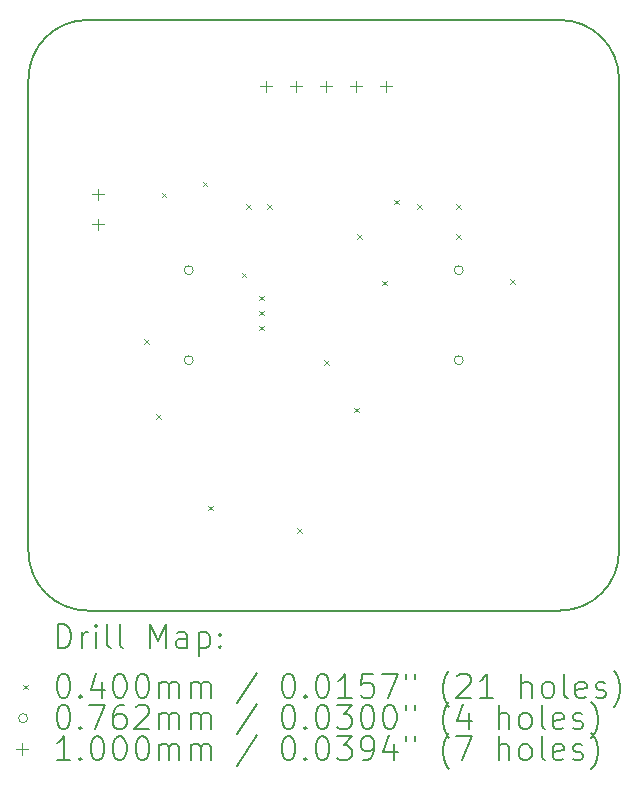
<source format=gbr>
%TF.GenerationSoftware,KiCad,Pcbnew,6.0.11+dfsg-1*%
%TF.CreationDate,2023-12-17T01:10:25-05:00*%
%TF.ProjectId,x27_controller,7832375f-636f-46e7-9472-6f6c6c65722e,rev?*%
%TF.SameCoordinates,Original*%
%TF.FileFunction,Drillmap*%
%TF.FilePolarity,Positive*%
%FSLAX45Y45*%
G04 Gerber Fmt 4.5, Leading zero omitted, Abs format (unit mm)*
G04 Created by KiCad (PCBNEW 6.0.11+dfsg-1) date 2023-12-17 01:10:25*
%MOMM*%
%LPD*%
G01*
G04 APERTURE LIST*
%ADD10C,0.150000*%
%ADD11C,0.200000*%
%ADD12C,0.040000*%
%ADD13C,0.076200*%
%ADD14C,0.100000*%
G04 APERTURE END LIST*
D10*
X10000000Y-9500000D02*
G75*
G03*
X10500000Y-10000000I500000J0D01*
G01*
X10500000Y-10000000D02*
X14500000Y-10000000D01*
X10500000Y-5000000D02*
X14500000Y-5000000D01*
X15000000Y-5500000D02*
G75*
G03*
X14500000Y-5000000I-500000J0D01*
G01*
X10500000Y-5000000D02*
G75*
G03*
X10000000Y-5500000I0J-500000D01*
G01*
X15000000Y-5500000D02*
X15000000Y-9500000D01*
X10000000Y-5500000D02*
X10000000Y-9500000D01*
X14500000Y-10000000D02*
G75*
G03*
X15000000Y-9500000I0J500000D01*
G01*
D11*
D12*
X10978200Y-7701600D02*
X11018200Y-7741600D01*
X11018200Y-7701600D02*
X10978200Y-7741600D01*
X11079800Y-8336600D02*
X11119800Y-8376600D01*
X11119800Y-8336600D02*
X11079800Y-8376600D01*
X11126600Y-6461000D02*
X11166600Y-6501000D01*
X11166600Y-6461000D02*
X11126600Y-6501000D01*
X11474300Y-6368900D02*
X11514300Y-6408900D01*
X11514300Y-6368900D02*
X11474300Y-6408900D01*
X11524300Y-9111300D02*
X11564300Y-9151300D01*
X11564300Y-9111300D02*
X11524300Y-9151300D01*
X11804700Y-7139100D02*
X11844700Y-7179100D01*
X11844700Y-7139100D02*
X11804700Y-7179100D01*
X11842600Y-6557800D02*
X11882600Y-6597800D01*
X11882600Y-6557800D02*
X11842600Y-6597800D01*
X11956100Y-7333300D02*
X11996100Y-7373300D01*
X11996100Y-7333300D02*
X11956100Y-7373300D01*
X11956100Y-7460300D02*
X11996100Y-7500300D01*
X11996100Y-7460300D02*
X11956100Y-7500300D01*
X11956100Y-7587300D02*
X11996100Y-7627300D01*
X11996100Y-7587300D02*
X11956100Y-7627300D01*
X12019600Y-6558600D02*
X12059600Y-6598600D01*
X12059600Y-6558600D02*
X12019600Y-6598600D01*
X12273600Y-9301800D02*
X12313600Y-9341800D01*
X12313600Y-9301800D02*
X12273600Y-9341800D01*
X12502200Y-7879400D02*
X12542200Y-7919400D01*
X12542200Y-7879400D02*
X12502200Y-7919400D01*
X12759700Y-8282300D02*
X12799700Y-8322300D01*
X12799700Y-8282300D02*
X12759700Y-8322300D01*
X12781600Y-6812600D02*
X12821600Y-6852600D01*
X12821600Y-6812600D02*
X12781600Y-6852600D01*
X12997500Y-7206300D02*
X13037500Y-7246300D01*
X13037500Y-7206300D02*
X12997500Y-7246300D01*
X13099100Y-6520500D02*
X13139100Y-6560500D01*
X13139100Y-6520500D02*
X13099100Y-6560500D01*
X13289600Y-6558600D02*
X13329600Y-6598600D01*
X13329600Y-6558600D02*
X13289600Y-6598600D01*
X13619800Y-6558600D02*
X13659800Y-6598600D01*
X13659800Y-6558600D02*
X13619800Y-6598600D01*
X13619800Y-6812600D02*
X13659800Y-6852600D01*
X13659800Y-6812600D02*
X13619800Y-6852600D01*
X14077000Y-7193600D02*
X14117000Y-7233600D01*
X14117000Y-7193600D02*
X14077000Y-7233600D01*
D13*
X11395100Y-7119000D02*
G75*
G03*
X11395100Y-7119000I-38100J0D01*
G01*
X11395100Y-7881000D02*
G75*
G03*
X11395100Y-7881000I-38100J0D01*
G01*
X13681100Y-7119000D02*
G75*
G03*
X13681100Y-7119000I-38100J0D01*
G01*
X13681100Y-7881000D02*
G75*
G03*
X13681100Y-7881000I-38100J0D01*
G01*
D14*
X10591800Y-6427000D02*
X10591800Y-6527000D01*
X10541800Y-6477000D02*
X10641800Y-6477000D01*
X10591800Y-6681000D02*
X10591800Y-6781000D01*
X10541800Y-6731000D02*
X10641800Y-6731000D01*
X12014200Y-5512600D02*
X12014200Y-5612600D01*
X11964200Y-5562600D02*
X12064200Y-5562600D01*
X12268200Y-5512600D02*
X12268200Y-5612600D01*
X12218200Y-5562600D02*
X12318200Y-5562600D01*
X12522200Y-5512600D02*
X12522200Y-5612600D01*
X12472200Y-5562600D02*
X12572200Y-5562600D01*
X12776200Y-5512600D02*
X12776200Y-5612600D01*
X12726200Y-5562600D02*
X12826200Y-5562600D01*
X13030200Y-5512600D02*
X13030200Y-5612600D01*
X12980200Y-5562600D02*
X13080200Y-5562600D01*
D11*
X10250119Y-10317976D02*
X10250119Y-10117976D01*
X10297738Y-10117976D01*
X10326310Y-10127500D01*
X10345357Y-10146548D01*
X10354881Y-10165595D01*
X10364405Y-10203690D01*
X10364405Y-10232262D01*
X10354881Y-10270357D01*
X10345357Y-10289405D01*
X10326310Y-10308452D01*
X10297738Y-10317976D01*
X10250119Y-10317976D01*
X10450119Y-10317976D02*
X10450119Y-10184643D01*
X10450119Y-10222738D02*
X10459643Y-10203690D01*
X10469167Y-10194167D01*
X10488214Y-10184643D01*
X10507262Y-10184643D01*
X10573929Y-10317976D02*
X10573929Y-10184643D01*
X10573929Y-10117976D02*
X10564405Y-10127500D01*
X10573929Y-10137024D01*
X10583452Y-10127500D01*
X10573929Y-10117976D01*
X10573929Y-10137024D01*
X10697738Y-10317976D02*
X10678690Y-10308452D01*
X10669167Y-10289405D01*
X10669167Y-10117976D01*
X10802500Y-10317976D02*
X10783452Y-10308452D01*
X10773929Y-10289405D01*
X10773929Y-10117976D01*
X11031071Y-10317976D02*
X11031071Y-10117976D01*
X11097738Y-10260833D01*
X11164405Y-10117976D01*
X11164405Y-10317976D01*
X11345357Y-10317976D02*
X11345357Y-10213214D01*
X11335833Y-10194167D01*
X11316786Y-10184643D01*
X11278690Y-10184643D01*
X11259643Y-10194167D01*
X11345357Y-10308452D02*
X11326309Y-10317976D01*
X11278690Y-10317976D01*
X11259643Y-10308452D01*
X11250119Y-10289405D01*
X11250119Y-10270357D01*
X11259643Y-10251310D01*
X11278690Y-10241786D01*
X11326309Y-10241786D01*
X11345357Y-10232262D01*
X11440595Y-10184643D02*
X11440595Y-10384643D01*
X11440595Y-10194167D02*
X11459643Y-10184643D01*
X11497738Y-10184643D01*
X11516786Y-10194167D01*
X11526309Y-10203690D01*
X11535833Y-10222738D01*
X11535833Y-10279881D01*
X11526309Y-10298929D01*
X11516786Y-10308452D01*
X11497738Y-10317976D01*
X11459643Y-10317976D01*
X11440595Y-10308452D01*
X11621548Y-10298929D02*
X11631071Y-10308452D01*
X11621548Y-10317976D01*
X11612024Y-10308452D01*
X11621548Y-10298929D01*
X11621548Y-10317976D01*
X11621548Y-10194167D02*
X11631071Y-10203690D01*
X11621548Y-10213214D01*
X11612024Y-10203690D01*
X11621548Y-10194167D01*
X11621548Y-10213214D01*
D12*
X9952500Y-10627500D02*
X9992500Y-10667500D01*
X9992500Y-10627500D02*
X9952500Y-10667500D01*
D11*
X10288214Y-10537976D02*
X10307262Y-10537976D01*
X10326310Y-10547500D01*
X10335833Y-10557024D01*
X10345357Y-10576071D01*
X10354881Y-10614167D01*
X10354881Y-10661786D01*
X10345357Y-10699881D01*
X10335833Y-10718929D01*
X10326310Y-10728452D01*
X10307262Y-10737976D01*
X10288214Y-10737976D01*
X10269167Y-10728452D01*
X10259643Y-10718929D01*
X10250119Y-10699881D01*
X10240595Y-10661786D01*
X10240595Y-10614167D01*
X10250119Y-10576071D01*
X10259643Y-10557024D01*
X10269167Y-10547500D01*
X10288214Y-10537976D01*
X10440595Y-10718929D02*
X10450119Y-10728452D01*
X10440595Y-10737976D01*
X10431071Y-10728452D01*
X10440595Y-10718929D01*
X10440595Y-10737976D01*
X10621548Y-10604643D02*
X10621548Y-10737976D01*
X10573929Y-10528452D02*
X10526310Y-10671310D01*
X10650119Y-10671310D01*
X10764405Y-10537976D02*
X10783452Y-10537976D01*
X10802500Y-10547500D01*
X10812024Y-10557024D01*
X10821548Y-10576071D01*
X10831071Y-10614167D01*
X10831071Y-10661786D01*
X10821548Y-10699881D01*
X10812024Y-10718929D01*
X10802500Y-10728452D01*
X10783452Y-10737976D01*
X10764405Y-10737976D01*
X10745357Y-10728452D01*
X10735833Y-10718929D01*
X10726310Y-10699881D01*
X10716786Y-10661786D01*
X10716786Y-10614167D01*
X10726310Y-10576071D01*
X10735833Y-10557024D01*
X10745357Y-10547500D01*
X10764405Y-10537976D01*
X10954881Y-10537976D02*
X10973929Y-10537976D01*
X10992976Y-10547500D01*
X11002500Y-10557024D01*
X11012024Y-10576071D01*
X11021548Y-10614167D01*
X11021548Y-10661786D01*
X11012024Y-10699881D01*
X11002500Y-10718929D01*
X10992976Y-10728452D01*
X10973929Y-10737976D01*
X10954881Y-10737976D01*
X10935833Y-10728452D01*
X10926310Y-10718929D01*
X10916786Y-10699881D01*
X10907262Y-10661786D01*
X10907262Y-10614167D01*
X10916786Y-10576071D01*
X10926310Y-10557024D01*
X10935833Y-10547500D01*
X10954881Y-10537976D01*
X11107262Y-10737976D02*
X11107262Y-10604643D01*
X11107262Y-10623690D02*
X11116786Y-10614167D01*
X11135833Y-10604643D01*
X11164405Y-10604643D01*
X11183452Y-10614167D01*
X11192976Y-10633214D01*
X11192976Y-10737976D01*
X11192976Y-10633214D02*
X11202500Y-10614167D01*
X11221548Y-10604643D01*
X11250119Y-10604643D01*
X11269167Y-10614167D01*
X11278690Y-10633214D01*
X11278690Y-10737976D01*
X11373928Y-10737976D02*
X11373928Y-10604643D01*
X11373928Y-10623690D02*
X11383452Y-10614167D01*
X11402500Y-10604643D01*
X11431071Y-10604643D01*
X11450119Y-10614167D01*
X11459643Y-10633214D01*
X11459643Y-10737976D01*
X11459643Y-10633214D02*
X11469167Y-10614167D01*
X11488214Y-10604643D01*
X11516786Y-10604643D01*
X11535833Y-10614167D01*
X11545357Y-10633214D01*
X11545357Y-10737976D01*
X11935833Y-10528452D02*
X11764405Y-10785595D01*
X12192976Y-10537976D02*
X12212024Y-10537976D01*
X12231071Y-10547500D01*
X12240595Y-10557024D01*
X12250119Y-10576071D01*
X12259643Y-10614167D01*
X12259643Y-10661786D01*
X12250119Y-10699881D01*
X12240595Y-10718929D01*
X12231071Y-10728452D01*
X12212024Y-10737976D01*
X12192976Y-10737976D01*
X12173928Y-10728452D01*
X12164405Y-10718929D01*
X12154881Y-10699881D01*
X12145357Y-10661786D01*
X12145357Y-10614167D01*
X12154881Y-10576071D01*
X12164405Y-10557024D01*
X12173928Y-10547500D01*
X12192976Y-10537976D01*
X12345357Y-10718929D02*
X12354881Y-10728452D01*
X12345357Y-10737976D01*
X12335833Y-10728452D01*
X12345357Y-10718929D01*
X12345357Y-10737976D01*
X12478690Y-10537976D02*
X12497738Y-10537976D01*
X12516786Y-10547500D01*
X12526309Y-10557024D01*
X12535833Y-10576071D01*
X12545357Y-10614167D01*
X12545357Y-10661786D01*
X12535833Y-10699881D01*
X12526309Y-10718929D01*
X12516786Y-10728452D01*
X12497738Y-10737976D01*
X12478690Y-10737976D01*
X12459643Y-10728452D01*
X12450119Y-10718929D01*
X12440595Y-10699881D01*
X12431071Y-10661786D01*
X12431071Y-10614167D01*
X12440595Y-10576071D01*
X12450119Y-10557024D01*
X12459643Y-10547500D01*
X12478690Y-10537976D01*
X12735833Y-10737976D02*
X12621548Y-10737976D01*
X12678690Y-10737976D02*
X12678690Y-10537976D01*
X12659643Y-10566548D01*
X12640595Y-10585595D01*
X12621548Y-10595119D01*
X12916786Y-10537976D02*
X12821548Y-10537976D01*
X12812024Y-10633214D01*
X12821548Y-10623690D01*
X12840595Y-10614167D01*
X12888214Y-10614167D01*
X12907262Y-10623690D01*
X12916786Y-10633214D01*
X12926309Y-10652262D01*
X12926309Y-10699881D01*
X12916786Y-10718929D01*
X12907262Y-10728452D01*
X12888214Y-10737976D01*
X12840595Y-10737976D01*
X12821548Y-10728452D01*
X12812024Y-10718929D01*
X12992976Y-10537976D02*
X13126309Y-10537976D01*
X13040595Y-10737976D01*
X13192976Y-10537976D02*
X13192976Y-10576071D01*
X13269167Y-10537976D02*
X13269167Y-10576071D01*
X13564405Y-10814167D02*
X13554881Y-10804643D01*
X13535833Y-10776071D01*
X13526309Y-10757024D01*
X13516786Y-10728452D01*
X13507262Y-10680833D01*
X13507262Y-10642738D01*
X13516786Y-10595119D01*
X13526309Y-10566548D01*
X13535833Y-10547500D01*
X13554881Y-10518929D01*
X13564405Y-10509405D01*
X13631071Y-10557024D02*
X13640595Y-10547500D01*
X13659643Y-10537976D01*
X13707262Y-10537976D01*
X13726309Y-10547500D01*
X13735833Y-10557024D01*
X13745357Y-10576071D01*
X13745357Y-10595119D01*
X13735833Y-10623690D01*
X13621548Y-10737976D01*
X13745357Y-10737976D01*
X13935833Y-10737976D02*
X13821548Y-10737976D01*
X13878690Y-10737976D02*
X13878690Y-10537976D01*
X13859643Y-10566548D01*
X13840595Y-10585595D01*
X13821548Y-10595119D01*
X14173928Y-10737976D02*
X14173928Y-10537976D01*
X14259643Y-10737976D02*
X14259643Y-10633214D01*
X14250119Y-10614167D01*
X14231071Y-10604643D01*
X14202500Y-10604643D01*
X14183452Y-10614167D01*
X14173928Y-10623690D01*
X14383452Y-10737976D02*
X14364405Y-10728452D01*
X14354881Y-10718929D01*
X14345357Y-10699881D01*
X14345357Y-10642738D01*
X14354881Y-10623690D01*
X14364405Y-10614167D01*
X14383452Y-10604643D01*
X14412024Y-10604643D01*
X14431071Y-10614167D01*
X14440595Y-10623690D01*
X14450119Y-10642738D01*
X14450119Y-10699881D01*
X14440595Y-10718929D01*
X14431071Y-10728452D01*
X14412024Y-10737976D01*
X14383452Y-10737976D01*
X14564405Y-10737976D02*
X14545357Y-10728452D01*
X14535833Y-10709405D01*
X14535833Y-10537976D01*
X14716786Y-10728452D02*
X14697738Y-10737976D01*
X14659643Y-10737976D01*
X14640595Y-10728452D01*
X14631071Y-10709405D01*
X14631071Y-10633214D01*
X14640595Y-10614167D01*
X14659643Y-10604643D01*
X14697738Y-10604643D01*
X14716786Y-10614167D01*
X14726309Y-10633214D01*
X14726309Y-10652262D01*
X14631071Y-10671310D01*
X14802500Y-10728452D02*
X14821548Y-10737976D01*
X14859643Y-10737976D01*
X14878690Y-10728452D01*
X14888214Y-10709405D01*
X14888214Y-10699881D01*
X14878690Y-10680833D01*
X14859643Y-10671310D01*
X14831071Y-10671310D01*
X14812024Y-10661786D01*
X14802500Y-10642738D01*
X14802500Y-10633214D01*
X14812024Y-10614167D01*
X14831071Y-10604643D01*
X14859643Y-10604643D01*
X14878690Y-10614167D01*
X14954881Y-10814167D02*
X14964405Y-10804643D01*
X14983452Y-10776071D01*
X14992976Y-10757024D01*
X15002500Y-10728452D01*
X15012024Y-10680833D01*
X15012024Y-10642738D01*
X15002500Y-10595119D01*
X14992976Y-10566548D01*
X14983452Y-10547500D01*
X14964405Y-10518929D01*
X14954881Y-10509405D01*
D13*
X9992500Y-10911500D02*
G75*
G03*
X9992500Y-10911500I-38100J0D01*
G01*
D11*
X10288214Y-10801976D02*
X10307262Y-10801976D01*
X10326310Y-10811500D01*
X10335833Y-10821024D01*
X10345357Y-10840071D01*
X10354881Y-10878167D01*
X10354881Y-10925786D01*
X10345357Y-10963881D01*
X10335833Y-10982929D01*
X10326310Y-10992452D01*
X10307262Y-11001976D01*
X10288214Y-11001976D01*
X10269167Y-10992452D01*
X10259643Y-10982929D01*
X10250119Y-10963881D01*
X10240595Y-10925786D01*
X10240595Y-10878167D01*
X10250119Y-10840071D01*
X10259643Y-10821024D01*
X10269167Y-10811500D01*
X10288214Y-10801976D01*
X10440595Y-10982929D02*
X10450119Y-10992452D01*
X10440595Y-11001976D01*
X10431071Y-10992452D01*
X10440595Y-10982929D01*
X10440595Y-11001976D01*
X10516786Y-10801976D02*
X10650119Y-10801976D01*
X10564405Y-11001976D01*
X10812024Y-10801976D02*
X10773929Y-10801976D01*
X10754881Y-10811500D01*
X10745357Y-10821024D01*
X10726310Y-10849595D01*
X10716786Y-10887690D01*
X10716786Y-10963881D01*
X10726310Y-10982929D01*
X10735833Y-10992452D01*
X10754881Y-11001976D01*
X10792976Y-11001976D01*
X10812024Y-10992452D01*
X10821548Y-10982929D01*
X10831071Y-10963881D01*
X10831071Y-10916262D01*
X10821548Y-10897214D01*
X10812024Y-10887690D01*
X10792976Y-10878167D01*
X10754881Y-10878167D01*
X10735833Y-10887690D01*
X10726310Y-10897214D01*
X10716786Y-10916262D01*
X10907262Y-10821024D02*
X10916786Y-10811500D01*
X10935833Y-10801976D01*
X10983452Y-10801976D01*
X11002500Y-10811500D01*
X11012024Y-10821024D01*
X11021548Y-10840071D01*
X11021548Y-10859119D01*
X11012024Y-10887690D01*
X10897738Y-11001976D01*
X11021548Y-11001976D01*
X11107262Y-11001976D02*
X11107262Y-10868643D01*
X11107262Y-10887690D02*
X11116786Y-10878167D01*
X11135833Y-10868643D01*
X11164405Y-10868643D01*
X11183452Y-10878167D01*
X11192976Y-10897214D01*
X11192976Y-11001976D01*
X11192976Y-10897214D02*
X11202500Y-10878167D01*
X11221548Y-10868643D01*
X11250119Y-10868643D01*
X11269167Y-10878167D01*
X11278690Y-10897214D01*
X11278690Y-11001976D01*
X11373928Y-11001976D02*
X11373928Y-10868643D01*
X11373928Y-10887690D02*
X11383452Y-10878167D01*
X11402500Y-10868643D01*
X11431071Y-10868643D01*
X11450119Y-10878167D01*
X11459643Y-10897214D01*
X11459643Y-11001976D01*
X11459643Y-10897214D02*
X11469167Y-10878167D01*
X11488214Y-10868643D01*
X11516786Y-10868643D01*
X11535833Y-10878167D01*
X11545357Y-10897214D01*
X11545357Y-11001976D01*
X11935833Y-10792452D02*
X11764405Y-11049595D01*
X12192976Y-10801976D02*
X12212024Y-10801976D01*
X12231071Y-10811500D01*
X12240595Y-10821024D01*
X12250119Y-10840071D01*
X12259643Y-10878167D01*
X12259643Y-10925786D01*
X12250119Y-10963881D01*
X12240595Y-10982929D01*
X12231071Y-10992452D01*
X12212024Y-11001976D01*
X12192976Y-11001976D01*
X12173928Y-10992452D01*
X12164405Y-10982929D01*
X12154881Y-10963881D01*
X12145357Y-10925786D01*
X12145357Y-10878167D01*
X12154881Y-10840071D01*
X12164405Y-10821024D01*
X12173928Y-10811500D01*
X12192976Y-10801976D01*
X12345357Y-10982929D02*
X12354881Y-10992452D01*
X12345357Y-11001976D01*
X12335833Y-10992452D01*
X12345357Y-10982929D01*
X12345357Y-11001976D01*
X12478690Y-10801976D02*
X12497738Y-10801976D01*
X12516786Y-10811500D01*
X12526309Y-10821024D01*
X12535833Y-10840071D01*
X12545357Y-10878167D01*
X12545357Y-10925786D01*
X12535833Y-10963881D01*
X12526309Y-10982929D01*
X12516786Y-10992452D01*
X12497738Y-11001976D01*
X12478690Y-11001976D01*
X12459643Y-10992452D01*
X12450119Y-10982929D01*
X12440595Y-10963881D01*
X12431071Y-10925786D01*
X12431071Y-10878167D01*
X12440595Y-10840071D01*
X12450119Y-10821024D01*
X12459643Y-10811500D01*
X12478690Y-10801976D01*
X12612024Y-10801976D02*
X12735833Y-10801976D01*
X12669167Y-10878167D01*
X12697738Y-10878167D01*
X12716786Y-10887690D01*
X12726309Y-10897214D01*
X12735833Y-10916262D01*
X12735833Y-10963881D01*
X12726309Y-10982929D01*
X12716786Y-10992452D01*
X12697738Y-11001976D01*
X12640595Y-11001976D01*
X12621548Y-10992452D01*
X12612024Y-10982929D01*
X12859643Y-10801976D02*
X12878690Y-10801976D01*
X12897738Y-10811500D01*
X12907262Y-10821024D01*
X12916786Y-10840071D01*
X12926309Y-10878167D01*
X12926309Y-10925786D01*
X12916786Y-10963881D01*
X12907262Y-10982929D01*
X12897738Y-10992452D01*
X12878690Y-11001976D01*
X12859643Y-11001976D01*
X12840595Y-10992452D01*
X12831071Y-10982929D01*
X12821548Y-10963881D01*
X12812024Y-10925786D01*
X12812024Y-10878167D01*
X12821548Y-10840071D01*
X12831071Y-10821024D01*
X12840595Y-10811500D01*
X12859643Y-10801976D01*
X13050119Y-10801976D02*
X13069167Y-10801976D01*
X13088214Y-10811500D01*
X13097738Y-10821024D01*
X13107262Y-10840071D01*
X13116786Y-10878167D01*
X13116786Y-10925786D01*
X13107262Y-10963881D01*
X13097738Y-10982929D01*
X13088214Y-10992452D01*
X13069167Y-11001976D01*
X13050119Y-11001976D01*
X13031071Y-10992452D01*
X13021548Y-10982929D01*
X13012024Y-10963881D01*
X13002500Y-10925786D01*
X13002500Y-10878167D01*
X13012024Y-10840071D01*
X13021548Y-10821024D01*
X13031071Y-10811500D01*
X13050119Y-10801976D01*
X13192976Y-10801976D02*
X13192976Y-10840071D01*
X13269167Y-10801976D02*
X13269167Y-10840071D01*
X13564405Y-11078167D02*
X13554881Y-11068643D01*
X13535833Y-11040071D01*
X13526309Y-11021024D01*
X13516786Y-10992452D01*
X13507262Y-10944833D01*
X13507262Y-10906738D01*
X13516786Y-10859119D01*
X13526309Y-10830548D01*
X13535833Y-10811500D01*
X13554881Y-10782929D01*
X13564405Y-10773405D01*
X13726309Y-10868643D02*
X13726309Y-11001976D01*
X13678690Y-10792452D02*
X13631071Y-10935310D01*
X13754881Y-10935310D01*
X13983452Y-11001976D02*
X13983452Y-10801976D01*
X14069167Y-11001976D02*
X14069167Y-10897214D01*
X14059643Y-10878167D01*
X14040595Y-10868643D01*
X14012024Y-10868643D01*
X13992976Y-10878167D01*
X13983452Y-10887690D01*
X14192976Y-11001976D02*
X14173928Y-10992452D01*
X14164405Y-10982929D01*
X14154881Y-10963881D01*
X14154881Y-10906738D01*
X14164405Y-10887690D01*
X14173928Y-10878167D01*
X14192976Y-10868643D01*
X14221548Y-10868643D01*
X14240595Y-10878167D01*
X14250119Y-10887690D01*
X14259643Y-10906738D01*
X14259643Y-10963881D01*
X14250119Y-10982929D01*
X14240595Y-10992452D01*
X14221548Y-11001976D01*
X14192976Y-11001976D01*
X14373928Y-11001976D02*
X14354881Y-10992452D01*
X14345357Y-10973405D01*
X14345357Y-10801976D01*
X14526309Y-10992452D02*
X14507262Y-11001976D01*
X14469167Y-11001976D01*
X14450119Y-10992452D01*
X14440595Y-10973405D01*
X14440595Y-10897214D01*
X14450119Y-10878167D01*
X14469167Y-10868643D01*
X14507262Y-10868643D01*
X14526309Y-10878167D01*
X14535833Y-10897214D01*
X14535833Y-10916262D01*
X14440595Y-10935310D01*
X14612024Y-10992452D02*
X14631071Y-11001976D01*
X14669167Y-11001976D01*
X14688214Y-10992452D01*
X14697738Y-10973405D01*
X14697738Y-10963881D01*
X14688214Y-10944833D01*
X14669167Y-10935310D01*
X14640595Y-10935310D01*
X14621548Y-10925786D01*
X14612024Y-10906738D01*
X14612024Y-10897214D01*
X14621548Y-10878167D01*
X14640595Y-10868643D01*
X14669167Y-10868643D01*
X14688214Y-10878167D01*
X14764405Y-11078167D02*
X14773928Y-11068643D01*
X14792976Y-11040071D01*
X14802500Y-11021024D01*
X14812024Y-10992452D01*
X14821548Y-10944833D01*
X14821548Y-10906738D01*
X14812024Y-10859119D01*
X14802500Y-10830548D01*
X14792976Y-10811500D01*
X14773928Y-10782929D01*
X14764405Y-10773405D01*
D14*
X9942500Y-11125500D02*
X9942500Y-11225500D01*
X9892500Y-11175500D02*
X9992500Y-11175500D01*
D11*
X10354881Y-11265976D02*
X10240595Y-11265976D01*
X10297738Y-11265976D02*
X10297738Y-11065976D01*
X10278690Y-11094548D01*
X10259643Y-11113595D01*
X10240595Y-11123119D01*
X10440595Y-11246928D02*
X10450119Y-11256452D01*
X10440595Y-11265976D01*
X10431071Y-11256452D01*
X10440595Y-11246928D01*
X10440595Y-11265976D01*
X10573929Y-11065976D02*
X10592976Y-11065976D01*
X10612024Y-11075500D01*
X10621548Y-11085024D01*
X10631071Y-11104071D01*
X10640595Y-11142167D01*
X10640595Y-11189786D01*
X10631071Y-11227881D01*
X10621548Y-11246928D01*
X10612024Y-11256452D01*
X10592976Y-11265976D01*
X10573929Y-11265976D01*
X10554881Y-11256452D01*
X10545357Y-11246928D01*
X10535833Y-11227881D01*
X10526310Y-11189786D01*
X10526310Y-11142167D01*
X10535833Y-11104071D01*
X10545357Y-11085024D01*
X10554881Y-11075500D01*
X10573929Y-11065976D01*
X10764405Y-11065976D02*
X10783452Y-11065976D01*
X10802500Y-11075500D01*
X10812024Y-11085024D01*
X10821548Y-11104071D01*
X10831071Y-11142167D01*
X10831071Y-11189786D01*
X10821548Y-11227881D01*
X10812024Y-11246928D01*
X10802500Y-11256452D01*
X10783452Y-11265976D01*
X10764405Y-11265976D01*
X10745357Y-11256452D01*
X10735833Y-11246928D01*
X10726310Y-11227881D01*
X10716786Y-11189786D01*
X10716786Y-11142167D01*
X10726310Y-11104071D01*
X10735833Y-11085024D01*
X10745357Y-11075500D01*
X10764405Y-11065976D01*
X10954881Y-11065976D02*
X10973929Y-11065976D01*
X10992976Y-11075500D01*
X11002500Y-11085024D01*
X11012024Y-11104071D01*
X11021548Y-11142167D01*
X11021548Y-11189786D01*
X11012024Y-11227881D01*
X11002500Y-11246928D01*
X10992976Y-11256452D01*
X10973929Y-11265976D01*
X10954881Y-11265976D01*
X10935833Y-11256452D01*
X10926310Y-11246928D01*
X10916786Y-11227881D01*
X10907262Y-11189786D01*
X10907262Y-11142167D01*
X10916786Y-11104071D01*
X10926310Y-11085024D01*
X10935833Y-11075500D01*
X10954881Y-11065976D01*
X11107262Y-11265976D02*
X11107262Y-11132643D01*
X11107262Y-11151690D02*
X11116786Y-11142167D01*
X11135833Y-11132643D01*
X11164405Y-11132643D01*
X11183452Y-11142167D01*
X11192976Y-11161214D01*
X11192976Y-11265976D01*
X11192976Y-11161214D02*
X11202500Y-11142167D01*
X11221548Y-11132643D01*
X11250119Y-11132643D01*
X11269167Y-11142167D01*
X11278690Y-11161214D01*
X11278690Y-11265976D01*
X11373928Y-11265976D02*
X11373928Y-11132643D01*
X11373928Y-11151690D02*
X11383452Y-11142167D01*
X11402500Y-11132643D01*
X11431071Y-11132643D01*
X11450119Y-11142167D01*
X11459643Y-11161214D01*
X11459643Y-11265976D01*
X11459643Y-11161214D02*
X11469167Y-11142167D01*
X11488214Y-11132643D01*
X11516786Y-11132643D01*
X11535833Y-11142167D01*
X11545357Y-11161214D01*
X11545357Y-11265976D01*
X11935833Y-11056452D02*
X11764405Y-11313595D01*
X12192976Y-11065976D02*
X12212024Y-11065976D01*
X12231071Y-11075500D01*
X12240595Y-11085024D01*
X12250119Y-11104071D01*
X12259643Y-11142167D01*
X12259643Y-11189786D01*
X12250119Y-11227881D01*
X12240595Y-11246928D01*
X12231071Y-11256452D01*
X12212024Y-11265976D01*
X12192976Y-11265976D01*
X12173928Y-11256452D01*
X12164405Y-11246928D01*
X12154881Y-11227881D01*
X12145357Y-11189786D01*
X12145357Y-11142167D01*
X12154881Y-11104071D01*
X12164405Y-11085024D01*
X12173928Y-11075500D01*
X12192976Y-11065976D01*
X12345357Y-11246928D02*
X12354881Y-11256452D01*
X12345357Y-11265976D01*
X12335833Y-11256452D01*
X12345357Y-11246928D01*
X12345357Y-11265976D01*
X12478690Y-11065976D02*
X12497738Y-11065976D01*
X12516786Y-11075500D01*
X12526309Y-11085024D01*
X12535833Y-11104071D01*
X12545357Y-11142167D01*
X12545357Y-11189786D01*
X12535833Y-11227881D01*
X12526309Y-11246928D01*
X12516786Y-11256452D01*
X12497738Y-11265976D01*
X12478690Y-11265976D01*
X12459643Y-11256452D01*
X12450119Y-11246928D01*
X12440595Y-11227881D01*
X12431071Y-11189786D01*
X12431071Y-11142167D01*
X12440595Y-11104071D01*
X12450119Y-11085024D01*
X12459643Y-11075500D01*
X12478690Y-11065976D01*
X12612024Y-11065976D02*
X12735833Y-11065976D01*
X12669167Y-11142167D01*
X12697738Y-11142167D01*
X12716786Y-11151690D01*
X12726309Y-11161214D01*
X12735833Y-11180262D01*
X12735833Y-11227881D01*
X12726309Y-11246928D01*
X12716786Y-11256452D01*
X12697738Y-11265976D01*
X12640595Y-11265976D01*
X12621548Y-11256452D01*
X12612024Y-11246928D01*
X12831071Y-11265976D02*
X12869167Y-11265976D01*
X12888214Y-11256452D01*
X12897738Y-11246928D01*
X12916786Y-11218357D01*
X12926309Y-11180262D01*
X12926309Y-11104071D01*
X12916786Y-11085024D01*
X12907262Y-11075500D01*
X12888214Y-11065976D01*
X12850119Y-11065976D01*
X12831071Y-11075500D01*
X12821548Y-11085024D01*
X12812024Y-11104071D01*
X12812024Y-11151690D01*
X12821548Y-11170738D01*
X12831071Y-11180262D01*
X12850119Y-11189786D01*
X12888214Y-11189786D01*
X12907262Y-11180262D01*
X12916786Y-11170738D01*
X12926309Y-11151690D01*
X13097738Y-11132643D02*
X13097738Y-11265976D01*
X13050119Y-11056452D02*
X13002500Y-11199309D01*
X13126309Y-11199309D01*
X13192976Y-11065976D02*
X13192976Y-11104071D01*
X13269167Y-11065976D02*
X13269167Y-11104071D01*
X13564405Y-11342167D02*
X13554881Y-11332643D01*
X13535833Y-11304071D01*
X13526309Y-11285024D01*
X13516786Y-11256452D01*
X13507262Y-11208833D01*
X13507262Y-11170738D01*
X13516786Y-11123119D01*
X13526309Y-11094548D01*
X13535833Y-11075500D01*
X13554881Y-11046929D01*
X13564405Y-11037405D01*
X13621548Y-11065976D02*
X13754881Y-11065976D01*
X13669167Y-11265976D01*
X13983452Y-11265976D02*
X13983452Y-11065976D01*
X14069167Y-11265976D02*
X14069167Y-11161214D01*
X14059643Y-11142167D01*
X14040595Y-11132643D01*
X14012024Y-11132643D01*
X13992976Y-11142167D01*
X13983452Y-11151690D01*
X14192976Y-11265976D02*
X14173928Y-11256452D01*
X14164405Y-11246928D01*
X14154881Y-11227881D01*
X14154881Y-11170738D01*
X14164405Y-11151690D01*
X14173928Y-11142167D01*
X14192976Y-11132643D01*
X14221548Y-11132643D01*
X14240595Y-11142167D01*
X14250119Y-11151690D01*
X14259643Y-11170738D01*
X14259643Y-11227881D01*
X14250119Y-11246928D01*
X14240595Y-11256452D01*
X14221548Y-11265976D01*
X14192976Y-11265976D01*
X14373928Y-11265976D02*
X14354881Y-11256452D01*
X14345357Y-11237405D01*
X14345357Y-11065976D01*
X14526309Y-11256452D02*
X14507262Y-11265976D01*
X14469167Y-11265976D01*
X14450119Y-11256452D01*
X14440595Y-11237405D01*
X14440595Y-11161214D01*
X14450119Y-11142167D01*
X14469167Y-11132643D01*
X14507262Y-11132643D01*
X14526309Y-11142167D01*
X14535833Y-11161214D01*
X14535833Y-11180262D01*
X14440595Y-11199309D01*
X14612024Y-11256452D02*
X14631071Y-11265976D01*
X14669167Y-11265976D01*
X14688214Y-11256452D01*
X14697738Y-11237405D01*
X14697738Y-11227881D01*
X14688214Y-11208833D01*
X14669167Y-11199309D01*
X14640595Y-11199309D01*
X14621548Y-11189786D01*
X14612024Y-11170738D01*
X14612024Y-11161214D01*
X14621548Y-11142167D01*
X14640595Y-11132643D01*
X14669167Y-11132643D01*
X14688214Y-11142167D01*
X14764405Y-11342167D02*
X14773928Y-11332643D01*
X14792976Y-11304071D01*
X14802500Y-11285024D01*
X14812024Y-11256452D01*
X14821548Y-11208833D01*
X14821548Y-11170738D01*
X14812024Y-11123119D01*
X14802500Y-11094548D01*
X14792976Y-11075500D01*
X14773928Y-11046929D01*
X14764405Y-11037405D01*
M02*

</source>
